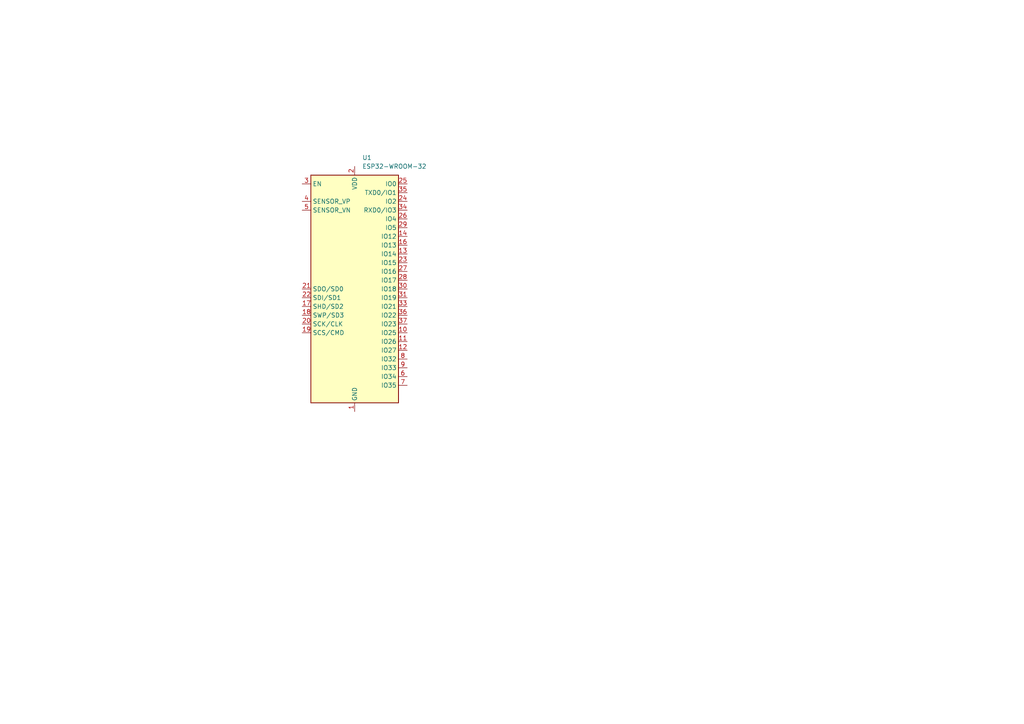
<source format=kicad_sch>
(kicad_sch (version 20231120) (generator "eeschema") (generator_version "8.0")
  (paper "A4")
  (title_block (title "Solder Stantion Esphome") (date "2024-12-09") (rev "a0") (company "avatarsd LLC") (comment 1 "by SD & MRK"))
  (lib_symbols
    (symbol "RF_Module:ESP32-WROOM-32"
      (property "Reference" "U" (at -12.7 34.29 0))
      (property "Value" "ESP32-WROOM-32" (at 1.27 34.29 0))
      (symbol "ESP32-WROOM-32_0_1"
        (rectangle (start -12.7 33.02) (end 12.7 -33.02) (stroke (width 0.254)) (fill (type background)))
      )
      (symbol "ESP32-WROOM-32_1_1"
        (pin power_in line (at 0 -35.56 90) (length 2.54) (name "GND") (number "1"))
        (pin bidirectional line (at 15.24 -12.7 180) (length 2.54) (name "IO25") (number "10"))
        (pin bidirectional line (at 15.24 -15.24 180) (length 2.54) (name "IO26") (number "11"))
        (pin bidirectional line (at 15.24 -17.78 180) (length 2.54) (name "IO27") (number "12"))
        (pin bidirectional line (at 15.24 10.16 180) (length 2.54) (name "IO14") (number "13"))
        (pin bidirectional line (at 15.24 15.24 180) (length 2.54) (name "IO12") (number "14"))
        (pin passive line (at 0 -35.56 90) (length 2.54) hide (name "GND") (number "15"))
        (pin bidirectional line (at 15.24 12.7 180) (length 2.54) (name "IO13") (number "16"))
        (pin bidirectional line (at -15.24 -5.08 0) (length 2.54) (name "SHD/SD2") (number "17"))
        (pin bidirectional line (at -15.24 -7.62 0) (length 2.54) (name "SWP/SD3") (number "18"))
        (pin bidirectional line (at -15.24 -12.7 0) (length 2.54) (name "SCS/CMD") (number "19"))
        (pin power_in line (at 0 35.56 270) (length 2.54) (name "VDD") (number "2"))
        (pin bidirectional line (at -15.24 -10.16 0) (length 2.54) (name "SCK/CLK") (number "20"))
        (pin bidirectional line (at -15.24 0 0) (length 2.54) (name "SDO/SD0") (number "21"))
        (pin bidirectional line (at -15.24 -2.54 0) (length 2.54) (name "SDI/SD1") (number "22"))
        (pin bidirectional line (at 15.24 7.62 180) (length 2.54) (name "IO15") (number "23"))
        (pin bidirectional line (at 15.24 25.4 180) (length 2.54) (name "IO2") (number "24"))
        (pin bidirectional line (at 15.24 30.48 180) (length 2.54) (name "IO0") (number "25"))
        (pin bidirectional line (at 15.24 20.32 180) (length 2.54) (name "IO4") (number "26"))
        (pin bidirectional line (at 15.24 5.08 180) (length 2.54) (name "IO16") (number "27"))
        (pin bidirectional line (at 15.24 2.54 180) (length 2.54) (name "IO17") (number "28"))
        (pin bidirectional line (at 15.24 17.78 180) (length 2.54) (name "IO5") (number "29"))
        (pin input line (at -15.24 30.48 0) (length 2.54) (name "EN") (number "3"))
        (pin bidirectional line (at 15.24 0 180) (length 2.54) (name "IO18") (number "30"))
        (pin bidirectional line (at 15.24 -2.54 180) (length 2.54) (name "IO19") (number "31"))
        (pin no_connect line (at -12.7 -27.94 0) (length 2.54) hide (name "NC") (number "32"))
        (pin bidirectional line (at 15.24 -5.08 180) (length 2.54) (name "IO21") (number "33"))
        (pin bidirectional line (at 15.24 22.86 180) (length 2.54) (name "RXD0/IO3") (number "34"))
        (pin bidirectional line (at 15.24 27.94 180) (length 2.54) (name "TXD0/IO1") (number "35"))
        (pin bidirectional line (at 15.24 -7.62 180) (length 2.54) (name "IO22") (number "36"))
        (pin bidirectional line (at 15.24 -10.16 180) (length 2.54) (name "IO23") (number "37"))
        (pin passive line (at 0 -35.56 90) (length 2.54) hide (name "GND") (number "38"))
        (pin passive line (at 0 -35.56 90) (length 2.54) hide (name "GND") (number "39"))
        (pin input line (at -15.24 25.4 0) (length 2.54) (name "SENSOR_VP") (number "4"))
        (pin input line (at -15.24 22.86 0) (length 2.54) (name "SENSOR_VN") (number "5"))
        (pin input line (at 15.24 -25.4 180) (length 2.54) (name "IO34") (number "6"))
        (pin input line (at 15.24 -27.94 180) (length 2.54) (name "IO35") (number "7"))
        (pin bidirectional line (at 15.24 -20.32 180) (length 2.54) (name "IO32") (number "8"))
        (pin bidirectional line (at 15.24 -22.86 180) (length 2.54) (name "IO33") (number "9"))
      )
    )
  )
  (symbol (lib_id "RF_Module:ESP32-WROOM-32") (at 102.87 83.82 0) (unit 1)
    (property "Reference" "U1" (at 105.0641 45.72 0) (effects (justify left)))
    (property "Value" "ESP32-WROOM-32" (at 105.0641 48.26 0) (effects (justify left)))
    (property "Footprint" "RF_Module:ESP32-WROOM-32" (effects (hide yes)))
    (property "Datasheet" "https://www.espressif.com/sites/default/files/documentation/esp32-wroom-32_datasheet_en.pdf" (effects (hide yes)))
    (property "Description" "RF Module, ESP32-D0WDQ6 SoC, Wi-Fi 802.11b/g/n, Bluetooth, BLE, 32-bit, 2.7-3.6V, onboard antenna, SMD" (effects (hide yes)))
  )
)
</source>
